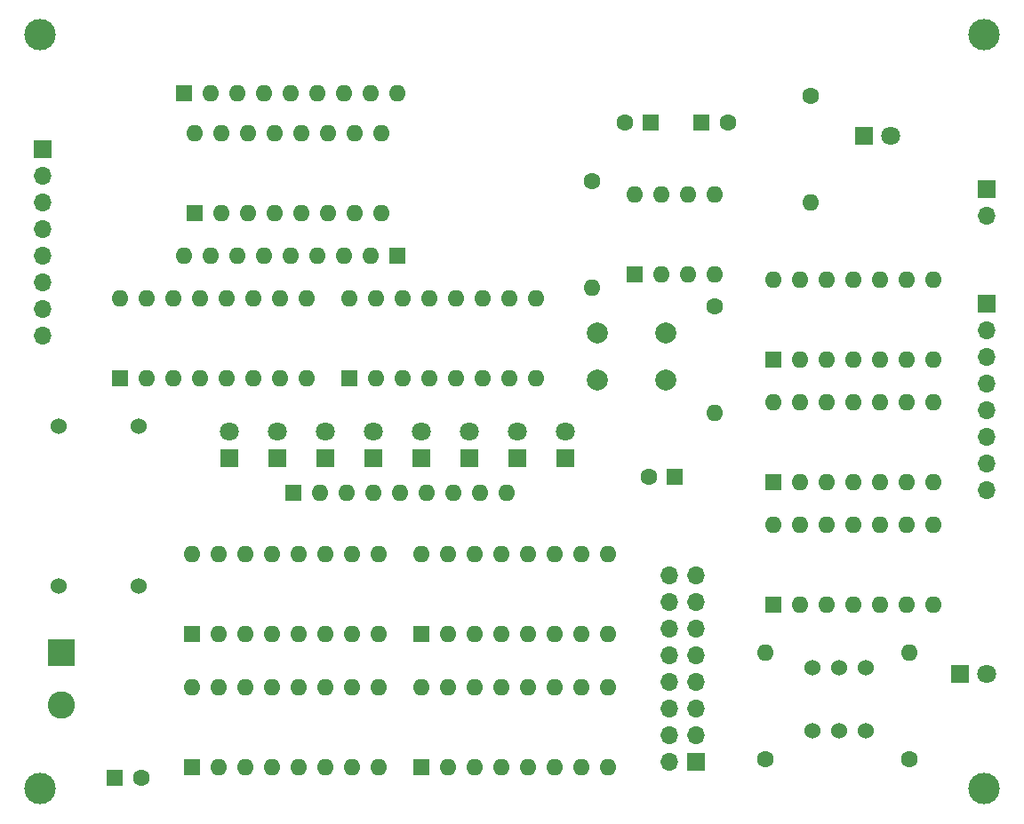
<source format=gbr>
%TF.GenerationSoftware,KiCad,Pcbnew,(5.1.9-0-10_14)*%
%TF.CreationDate,2021-05-17T13:32:26-04:00*%
%TF.ProjectId,CLOCK,434c4f43-4b2e-46b6-9963-61645f706362,rev?*%
%TF.SameCoordinates,Original*%
%TF.FileFunction,Soldermask,Top*%
%TF.FilePolarity,Negative*%
%FSLAX46Y46*%
G04 Gerber Fmt 4.6, Leading zero omitted, Abs format (unit mm)*
G04 Created by KiCad (PCBNEW (5.1.9-0-10_14)) date 2021-05-17 13:32:26*
%MOMM*%
%LPD*%
G01*
G04 APERTURE LIST*
%ADD10C,3.000000*%
%ADD11C,1.600000*%
%ADD12R,1.600000X1.600000*%
%ADD13O,1.600000X1.600000*%
%ADD14C,1.524000*%
%ADD15C,2.000000*%
%ADD16O,1.700000X1.700000*%
%ADD17R,1.700000X1.700000*%
%ADD18C,2.600000*%
%ADD19R,2.600000X2.600000*%
%ADD20C,1.800000*%
%ADD21R,1.800000X1.800000*%
G04 APERTURE END LIST*
D10*
%TO.C,REF\u002A\u002A*%
X66802000Y-99060000D03*
%TD*%
%TO.C,REF\u002A\u002A*%
X66802000Y-27178000D03*
%TD*%
%TO.C,REF\u002A\u002A*%
X156718000Y-27178000D03*
%TD*%
%TO.C,REF\u002A\u002A*%
X156718000Y-99060000D03*
%TD*%
D11*
%TO.C,C4*%
X76414000Y-98044000D03*
D12*
X73914000Y-98044000D03*
%TD*%
D11*
%TO.C,C3*%
X124754000Y-69342000D03*
D12*
X127254000Y-69342000D03*
%TD*%
D13*
%TO.C,U11*%
X96266000Y-52324000D03*
X114046000Y-59944000D03*
X98806000Y-52324000D03*
X111506000Y-59944000D03*
X101346000Y-52324000D03*
X108966000Y-59944000D03*
X103886000Y-52324000D03*
X106426000Y-59944000D03*
X106426000Y-52324000D03*
X103886000Y-59944000D03*
X108966000Y-52324000D03*
X101346000Y-59944000D03*
X111506000Y-52324000D03*
X98806000Y-59944000D03*
X114046000Y-52324000D03*
D12*
X96266000Y-59944000D03*
%TD*%
D13*
%TO.C,U10*%
X136652000Y-73914000D03*
X151892000Y-81534000D03*
X139192000Y-73914000D03*
X149352000Y-81534000D03*
X141732000Y-73914000D03*
X146812000Y-81534000D03*
X144272000Y-73914000D03*
X144272000Y-81534000D03*
X146812000Y-73914000D03*
X141732000Y-81534000D03*
X149352000Y-73914000D03*
X139192000Y-81534000D03*
X151892000Y-73914000D03*
D12*
X136652000Y-81534000D03*
%TD*%
D13*
%TO.C,U9*%
X136652000Y-50546000D03*
X151892000Y-58166000D03*
X139192000Y-50546000D03*
X149352000Y-58166000D03*
X141732000Y-50546000D03*
X146812000Y-58166000D03*
X144272000Y-50546000D03*
X144272000Y-58166000D03*
X146812000Y-50546000D03*
X141732000Y-58166000D03*
X149352000Y-50546000D03*
X139192000Y-58166000D03*
X151892000Y-50546000D03*
D12*
X136652000Y-58166000D03*
%TD*%
D13*
%TO.C,U8*%
X136652000Y-62230000D03*
X151892000Y-69850000D03*
X139192000Y-62230000D03*
X149352000Y-69850000D03*
X141732000Y-62230000D03*
X146812000Y-69850000D03*
X144272000Y-62230000D03*
X144272000Y-69850000D03*
X146812000Y-62230000D03*
X141732000Y-69850000D03*
X149352000Y-62230000D03*
X139192000Y-69850000D03*
X151892000Y-62230000D03*
D12*
X136652000Y-69850000D03*
%TD*%
D13*
%TO.C,U7*%
X123444000Y-42418000D03*
X131064000Y-50038000D03*
X125984000Y-42418000D03*
X128524000Y-50038000D03*
X128524000Y-42418000D03*
X125984000Y-50038000D03*
X131064000Y-42418000D03*
D12*
X123444000Y-50038000D03*
%TD*%
D13*
%TO.C,U6*%
X81280000Y-89408000D03*
X99060000Y-97028000D03*
X83820000Y-89408000D03*
X96520000Y-97028000D03*
X86360000Y-89408000D03*
X93980000Y-97028000D03*
X88900000Y-89408000D03*
X91440000Y-97028000D03*
X91440000Y-89408000D03*
X88900000Y-97028000D03*
X93980000Y-89408000D03*
X86360000Y-97028000D03*
X96520000Y-89408000D03*
X83820000Y-97028000D03*
X99060000Y-89408000D03*
D12*
X81280000Y-97028000D03*
%TD*%
D13*
%TO.C,U5*%
X103124000Y-89408000D03*
X120904000Y-97028000D03*
X105664000Y-89408000D03*
X118364000Y-97028000D03*
X108204000Y-89408000D03*
X115824000Y-97028000D03*
X110744000Y-89408000D03*
X113284000Y-97028000D03*
X113284000Y-89408000D03*
X110744000Y-97028000D03*
X115824000Y-89408000D03*
X108204000Y-97028000D03*
X118364000Y-89408000D03*
X105664000Y-97028000D03*
X120904000Y-89408000D03*
D12*
X103124000Y-97028000D03*
%TD*%
D13*
%TO.C,U4*%
X103124000Y-76708000D03*
X120904000Y-84328000D03*
X105664000Y-76708000D03*
X118364000Y-84328000D03*
X108204000Y-76708000D03*
X115824000Y-84328000D03*
X110744000Y-76708000D03*
X113284000Y-84328000D03*
X113284000Y-76708000D03*
X110744000Y-84328000D03*
X115824000Y-76708000D03*
X108204000Y-84328000D03*
X118364000Y-76708000D03*
X105664000Y-84328000D03*
X120904000Y-76708000D03*
D12*
X103124000Y-84328000D03*
%TD*%
D13*
%TO.C,U3*%
X74422000Y-52324000D03*
X92202000Y-59944000D03*
X76962000Y-52324000D03*
X89662000Y-59944000D03*
X79502000Y-52324000D03*
X87122000Y-59944000D03*
X82042000Y-52324000D03*
X84582000Y-59944000D03*
X84582000Y-52324000D03*
X82042000Y-59944000D03*
X87122000Y-52324000D03*
X79502000Y-59944000D03*
X89662000Y-52324000D03*
X76962000Y-59944000D03*
X92202000Y-52324000D03*
D12*
X74422000Y-59944000D03*
%TD*%
D13*
%TO.C,U2*%
X81280000Y-76708000D03*
X99060000Y-84328000D03*
X83820000Y-76708000D03*
X96520000Y-84328000D03*
X86360000Y-76708000D03*
X93980000Y-84328000D03*
X88900000Y-76708000D03*
X91440000Y-84328000D03*
X91440000Y-76708000D03*
X88900000Y-84328000D03*
X93980000Y-76708000D03*
X86360000Y-84328000D03*
X96520000Y-76708000D03*
X83820000Y-84328000D03*
X99060000Y-76708000D03*
D12*
X81280000Y-84328000D03*
%TD*%
D14*
%TO.C,U1*%
X76200000Y-79756000D03*
X68580000Y-79756000D03*
X76200000Y-64516000D03*
X68580000Y-64516000D03*
%TD*%
D13*
%TO.C,SW13*%
X81534000Y-36576000D03*
X99314000Y-44196000D03*
X84074000Y-36576000D03*
X96774000Y-44196000D03*
X86614000Y-36576000D03*
X94234000Y-44196000D03*
X89154000Y-36576000D03*
X91694000Y-44196000D03*
X91694000Y-36576000D03*
X89154000Y-44196000D03*
X94234000Y-36576000D03*
X86614000Y-44196000D03*
X96774000Y-36576000D03*
X84074000Y-44196000D03*
X99314000Y-36576000D03*
D12*
X81534000Y-44196000D03*
%TD*%
D14*
%TO.C,SW2*%
X140335000Y-93566500D03*
X145415000Y-93566500D03*
X142875000Y-93566500D03*
X140335000Y-87566500D03*
X142875000Y-87566500D03*
X145415000Y-87566500D03*
%TD*%
D15*
%TO.C,SW1*%
X126388000Y-55626000D03*
X126388000Y-60126000D03*
X119888000Y-55626000D03*
X119888000Y-60126000D03*
%TD*%
D13*
%TO.C,RN3*%
X111252000Y-70866000D03*
X108712000Y-70866000D03*
X106172000Y-70866000D03*
X103632000Y-70866000D03*
X101092000Y-70866000D03*
X98552000Y-70866000D03*
X96012000Y-70866000D03*
X93472000Y-70866000D03*
D12*
X90932000Y-70866000D03*
%TD*%
D13*
%TO.C,RN2*%
X80518000Y-48260000D03*
X83058000Y-48260000D03*
X85598000Y-48260000D03*
X88138000Y-48260000D03*
X90678000Y-48260000D03*
X93218000Y-48260000D03*
X95758000Y-48260000D03*
X98298000Y-48260000D03*
D12*
X100838000Y-48260000D03*
%TD*%
D13*
%TO.C,RN1*%
X100838000Y-32766000D03*
X98298000Y-32766000D03*
X95758000Y-32766000D03*
X93218000Y-32766000D03*
X90678000Y-32766000D03*
X88138000Y-32766000D03*
X85598000Y-32766000D03*
X83058000Y-32766000D03*
D12*
X80518000Y-32766000D03*
%TD*%
D13*
%TO.C,R5*%
X140208000Y-43180000D03*
D11*
X140208000Y-33020000D03*
%TD*%
D13*
%TO.C,R4*%
X149606000Y-86106000D03*
D11*
X149606000Y-96266000D03*
%TD*%
D13*
%TO.C,R3*%
X135890000Y-86106000D03*
D11*
X135890000Y-96266000D03*
%TD*%
D13*
%TO.C,R2*%
X119380000Y-51308000D03*
D11*
X119380000Y-41148000D03*
%TD*%
D13*
%TO.C,R1*%
X131064000Y-63246000D03*
D11*
X131064000Y-53086000D03*
%TD*%
D16*
%TO.C,J34*%
X126746000Y-78740000D03*
X129286000Y-78740000D03*
X126746000Y-81280000D03*
X129286000Y-81280000D03*
X126746000Y-83820000D03*
X129286000Y-83820000D03*
X126746000Y-86360000D03*
X129286000Y-86360000D03*
X126746000Y-88900000D03*
X129286000Y-88900000D03*
X126746000Y-91440000D03*
X129286000Y-91440000D03*
X126746000Y-93980000D03*
X129286000Y-93980000D03*
X126746000Y-96520000D03*
D17*
X129286000Y-96520000D03*
%TD*%
D16*
%TO.C,J5*%
X156972000Y-70612000D03*
X156972000Y-68072000D03*
X156972000Y-65532000D03*
X156972000Y-62992000D03*
X156972000Y-60452000D03*
X156972000Y-57912000D03*
X156972000Y-55372000D03*
D17*
X156972000Y-52832000D03*
%TD*%
D16*
%TO.C,J3*%
X156972000Y-44450000D03*
D17*
X156972000Y-41910000D03*
%TD*%
D16*
%TO.C,J2*%
X67056000Y-55880000D03*
X67056000Y-53340000D03*
X67056000Y-50800000D03*
X67056000Y-48260000D03*
X67056000Y-45720000D03*
X67056000Y-43180000D03*
X67056000Y-40640000D03*
D17*
X67056000Y-38100000D03*
%TD*%
D18*
%TO.C,J1*%
X68834000Y-91106000D03*
D19*
X68834000Y-86106000D03*
%TD*%
D20*
%TO.C,D55*%
X156972000Y-88138000D03*
D21*
X154432000Y-88138000D03*
%TD*%
D20*
%TO.C,D54*%
X89408000Y-65024000D03*
D21*
X89408000Y-67564000D03*
%TD*%
D20*
%TO.C,D8*%
X116840000Y-65024000D03*
D21*
X116840000Y-67564000D03*
%TD*%
D20*
%TO.C,D7*%
X112268000Y-65024000D03*
D21*
X112268000Y-67564000D03*
%TD*%
D20*
%TO.C,D6*%
X107696000Y-65024000D03*
D21*
X107696000Y-67564000D03*
%TD*%
D20*
%TO.C,D5*%
X103124000Y-65024000D03*
D21*
X103124000Y-67564000D03*
%TD*%
D20*
%TO.C,D4*%
X98552000Y-65024000D03*
D21*
X98552000Y-67564000D03*
%TD*%
D20*
%TO.C,D3*%
X93980000Y-65024000D03*
D21*
X93980000Y-67564000D03*
%TD*%
D20*
%TO.C,D2*%
X147828000Y-36830000D03*
D21*
X145288000Y-36830000D03*
%TD*%
D20*
%TO.C,D1*%
X84836000Y-65024000D03*
D21*
X84836000Y-67564000D03*
%TD*%
D11*
%TO.C,C2*%
X122468000Y-35560000D03*
D12*
X124968000Y-35560000D03*
%TD*%
D11*
%TO.C,C1*%
X132294000Y-35560000D03*
D12*
X129794000Y-35560000D03*
%TD*%
M02*

</source>
